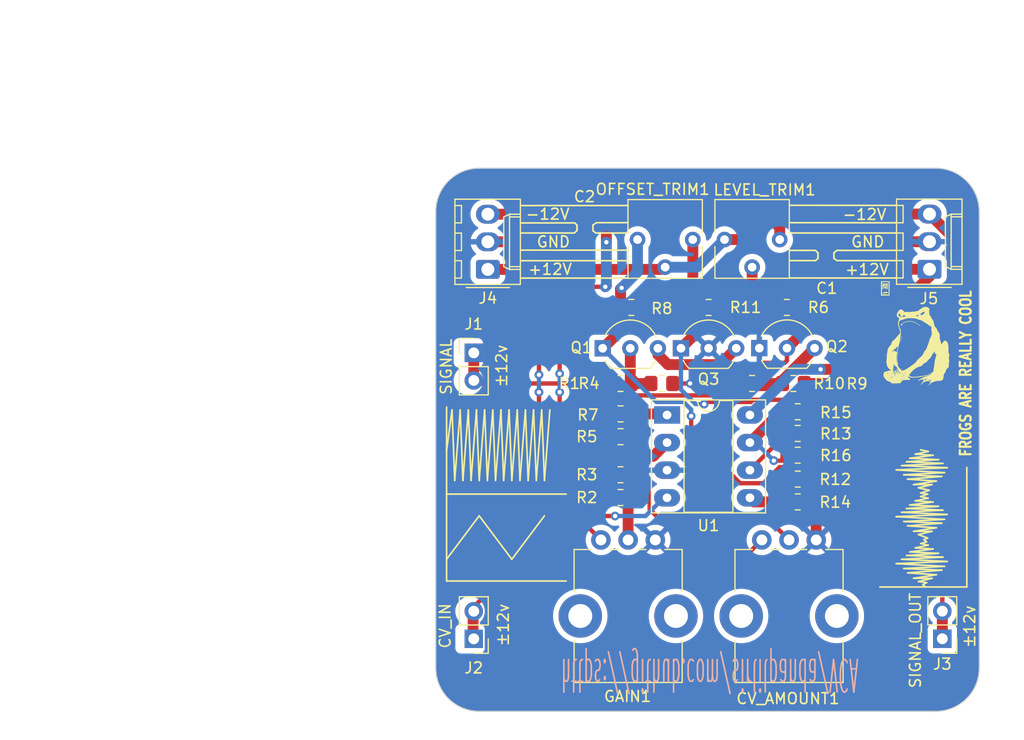
<source format=kicad_pcb>
(kicad_pcb (version 20221018) (generator pcbnew)
  (layers (0 "F.Cu" signal) (31 "B.Cu" signal) (34 "B.Paste" user) (35 "F.Paste" user) (36 "B.SilkS" user "B.Silkscreen") (37 "F.SilkS" user "F.Silkscreen") (38 "B.Mask" user) (39 "F.Mask" user) (44 "Edge.Cuts" user))
  (net 0 "")
  (net 1 "+12V")
  (net 2 "GND")
  (net 3 "-12V")
  (net 4 "carrierSignal")
  (net 5 "controlVoltage")
  (net 6 "AMout")
  (net 7 "Net-(Q1-C)")
  (net 8 "Net-(Q1-B)")
  (net 9 "Net-(Q1-E)")
  (net 10 "Net-(Q2-B)")
  (net 11 "Net-(Q2-E)")
  (net 12 "Net-(Q3-C)")
  (net 13 "Net-(U1B--)")
  (net 14 "Net-(R5-Pad2)")
  (net 15 "Net-(U1A--)")
  (net 16 "Net-(R15-Pad2)")
  (net 17 "Net-(CV_AMOUNT1-Pad2)")
  (net 18 "Net-(GAIN1-Pad2)")
  (net 19 "Net-(LEVEL_TRIM1-Pad2)")
  (net 20 "Net-(OFFSET_TRIM1-Pad1)")
  (net 21 "Net-(OFFSET_TRIM1-Pad3)")
  (net 22 "Net-(U1B-+)")
  (footprint "Resistor_SMD:R_0805_2012Metric_Pad1.20x1.40mm_HandSolder" (layer "F.Cu") (at 133.297056 81.42 180)
    (fp_text reference "R15" (at -3.502944 -0.08) (layer "F.SilkS"))
    (fp_text value "220k")
    (pad "1" smd roundrect (at -1 0 180) (size 1.2 1.4) (layers "F.Cu" "F.Paste" "F.Mask") (roundrect_rratio 0.208333) (net 13 "Net-(U1B--)"))
    (pad "2" smd roundrect (at 1 0 180) (size 1.2 1.4) (layers "F.Cu" "F.Paste" "F.Mask") (roundrect_rratio 0.208333) (net 16 "Net-(R15-Pad2)"))
  )
  (footprint "Potentiometer_THT:Potentiometer_Bourns_PTV09A-1_Single_Vertical" (layer "F.Cu") (at 115.197056 93.22 -90)
    (fp_text reference "GAIN1" (at 14.4 -2.45 -180) (layer "F.SilkS"))
    (fp_text value "50k")
    (pad "" np_thru_hole circle (at 7 -6.9 270) (size 4 4) (drill 2.2) (layers "F&B.Cu" "*.Mask"))
    (pad "" np_thru_hole circle (at 7 1.9 270) (size 4 4) (drill 2.2) (layers "F&B.Cu" "*.Mask"))
    (pad "1" thru_hole circle (at 0 0 270) (size 1.8 1.8) (drill 1) (layers "*.Cu" "*.Mask") (net 1 "+12V"))
    (pad "2" thru_hole circle (at 0 -2.5 270) (size 1.8 1.8) (drill 1) (layers "*.Cu" "*.Mask") (net 18 "Net-(GAIN1-Pad2)"))
    (pad "3" thru_hole circle (at 0 -5 270) (size 1.8 1.8) (drill 1) (layers "*.Cu" "*.Mask") (net 2 "GND"))
  )
  (footprint "Potentiometer_THT:Potentiometer_Vishay_T73YP_Vertical" (layer "F.Cu") (at 118.562056 65.575 -90)
    (fp_text reference "OFFSET_TRIM1" (at -4.625 -1.387944 -180) (layer "F.SilkS"))
    (fp_text value "1k")
    (pad "1" thru_hole circle (at 0 0 270) (size 1.44 1.44) (drill 0.8) (layers "*.Cu" "*.Mask") (net 20 "Net-(OFFSET_TRIM1-Pad1)"))
    (pad "2" thru_hole circle (at 2.54 -2.54 270) (size 1.44 1.44) (drill 0.8) (layers "*.Cu" "*.Mask") (net 1 "+12V"))
    (pad "3" thru_hole circle (at 0 -5.08 270) (size 1.44 1.44) (drill 0.8) (layers "*.Cu" "*.Mask") (net 21 "Net-(OFFSET_TRIM1-Pad3)"))
  )
  (footprint "Resistor_SMD:R_0805_2012Metric_Pad1.20x1.40mm_HandSolder" (layer "F.Cu") (at 132.297056 71.82)
    (fp_text reference "R6" (at 2.9 0) (layer "F.SilkS"))
    (fp_text value "22k")
    (pad "1" smd roundrect (at -1 0) (size 1.2 1.4) (layers "F.Cu" "F.Paste" "F.Mask") (roundrect_rratio 0.208333) (net 19 "Net-(LEVEL_TRIM1-Pad2)"))
    (pad "2" smd roundrect (at 1 0) (size 1.2 1.4) (layers "F.Cu" "F.Paste" "F.Mask") (roundrect_rratio 0.208333) (net 10 "Net-(Q2-B)"))
  )
  (footprint "Resistor_SMD:R_0805_2012Metric_Pad1.20x1.40mm_HandSolder" (layer "F.Cu") (at 120.797056 78.82)
    (fp_text reference "R4" (at -6.7 0) (layer "F.SilkS"))
    (fp_text value "1K")
    (pad "1" smd roundrect (at -1 0) (size 1.2 1.4) (layers "F.Cu" "F.Paste" "F.Mask") (roundrect_rratio 0.208333) (net 8 "Net-(Q1-B)"))
    (pad "2" smd roundrect (at 1 0) (size 1.2 1.4) (layers "F.Cu" "F.Paste" "F.Mask") (roundrect_rratio 0.208333) (net 2 "GND"))
  )
  (footprint "Resistor_SMD:R_0805_2012Metric_Pad1.20x1.40mm_HandSolder" (layer "F.Cu") (at 125.097056 71.82)
    (fp_text reference "R11" (at 3.4 0) (layer "F.SilkS"))
    (fp_text value "10k")
    (pad "1" smd roundrect (at -1 0) (size 1.2 1.4) (layers "F.Cu" "F.Paste" "F.Mask") (roundrect_rratio 0.208333) (net 21 "Net-(OFFSET_TRIM1-Pad3)"))
    (pad "2" smd roundrect (at 1 0) (size 1.2 1.4) (layers "F.Cu" "F.Paste" "F.Mask") (roundrect_rratio 0.208333) (net 12 "Net-(Q3-C)"))
  )
  (footprint "Resistor_SMD:R_0805_2012Metric_Pad1.20x1.40mm_HandSolder" (layer "F.Cu") (at 116.997056 89.32 180)
    (fp_text reference "R2" (at 3.1 0) (layer "F.SilkS"))
    (fp_text value "100k")
    (pad "1" smd roundrect (at -1 0 180) (size 1.2 1.4) (layers "F.Cu" "F.Paste" "F.Mask") (roundrect_rratio 0.208333) (net 18 "Net-(GAIN1-Pad2)"))
    (pad "2" smd roundrect (at 1 0 180) (size 1.2 1.4) (layers "F.Cu" "F.Paste" "F.Mask") (roundrect_rratio 0.208333) (net 15 "Net-(U1A--)"))
  )
  (footprint "Connector_PinHeader_2.54mm:PinHeader_1x02_P2.54mm_Vertical" (layer "F.Cu") (at 103.5 102.32 180)
    (fp_text reference "J2" (at 0 -2.68) (layer "F.SilkS"))
    (fp_text value "Conn_01x02_Socket")
    (pad "1" thru_hole rect (at 0 0 180) (size 1.7 1.7) (drill 1) (layers "*.Cu" "*.Mask") (net 5 "controlVoltage"))
    (pad "2" thru_hole oval (at 0 2.54 180) (size 1.7 1.7) (drill 1) (layers "*.Cu" "*.Mask") (net 5 "controlVoltage"))
  )
  (footprint "Resistor_SMD:R_0805_2012Metric_Pad1.20x1.40mm_HandSolder" (layer "F.Cu") (at 116.997056 78.82)
    (fp_text reference "R1" (at -4.7 0) (layer "F.SilkS"))
    (fp_text value "220k")
    (pad "1" smd roundrect (at -1 0) (size 1.2 1.4) (layers "F.Cu" "F.Paste" "F.Mask") (roundrect_rratio 0.208333) (net 4 "carrierSignal"))
    (pad "2" smd roundrect (at 1 0) (size 1.2 1.4) (layers "F.Cu" "F.Paste" "F.Mask") (roundrect_rratio 0.208333) (net 8 "Net-(Q1-B)"))
  )
  (footprint "Package_TO_SOT_THT:TO-92_Inline_Wide" (layer "F.Cu") (at 129.767056 75.57)
    (fp_text reference "Q2" (at 7.13 -0.15) (layer "F.SilkS"))
    (fp_text value "BC547")
    (pad "1" thru_hole rect (at 0 0) (size 1.5 1.5) (drill 0.8) (layers "*.Cu" "*.Mask") (net 2 "GND"))
    (pad "2" thru_hole circle (at 2.54 0) (size 1.5 1.5) (drill 0.8) (layers "*.Cu" "*.Mask") (net 10 "Net-(Q2-B)"))
    (pad "3" thru_hole circle (at 5.08 0) (size 1.5 1.5) (drill 0.8) (layers "*.Cu" "*.Mask") (net 11 "Net-(Q2-E)"))
  )
  (footprint "Connector_Molex:Molex_KK-254_AE-6410-03A_1x03_P2.54mm_Vertical" (layer "F.Cu") (at 145.417056 68.31 90)
    (fp_text reference "J5" (at -2.7 -0.05 180) (layer "F.SilkS"))
    (fp_text value "Conn_01x03_Female")
    (pad "1" thru_hole roundrect (at 0 0 90) (size 1.74 2.19) (drill 1.19) (layers "*.Cu" "*.Mask") (roundrect_rratio 0.143678) (net 1 "+12V"))
    (pad "2" thru_hole oval (at 2.54 0 90) (size 1.74 2.19) (drill 1.19) (layers "*.Cu" "*.Mask") (net 2 "GND"))
    (pad "3" thru_hole oval (at 5.08 0 90) (size 1.74 2.19) (drill 1.19) (layers "*.Cu" "*.Mask") (net 3 "-12V"))
  )
  (footprint "footprints.kicad_mod:frog3" (layer "F.Cu") (at 144.026122 74.057504)
    (fp_text reference "FROGS ARE REALLY COOL" (at 4.723878 3.842496 90) (layer "F.SilkS") (effects (font (size 1 0.8) (thickness 0.2))))
    (fp_text value "LOGO" hide)
  )
  (footprint "Connector_PinHeader_2.54mm:PinHeader_1x02_P2.54mm_Vertical" (layer "F.Cu") (at 103.5 76)
    (fp_text reference "J1" (at 0 -2.65) (layer "F.SilkS"))
    (fp_text value "Conn_01x02_Socket")
    (pad "1" thru_hole rect (at 0 0) (size 1.7 1.7) (drill 1) (layers "*.Cu" "*.Mask") (net 4 "carrierSignal"))
    (pad "2" thru_hole oval (at 0 2.54) (size 1.7 1.7) (drill 1) (layers "*.Cu" "*.Mask") (net 4 "carrierSignal"))
  )
  (footprint "Package_DIP:DIP-8_W7.62mm_Socket_LongPads" (layer "F.Cu") (at 121.277056 81.72)
    (fp_text reference "U1" (at 3.81 10.18) (layer "F.SilkS"))
    (fp_text value "TL072")
    (pad "1" thru_hole rect (at 0 0) (size 2.4 1.6) (drill 0.8) (layers "*.Cu" "*.Mask") (net 14 "Net-(R5-Pad2)"))
    (pad "2" thru_hole oval (at 0 2.54) (size 2.4 1.6) (drill 0.8) (layers "*.Cu" "*.Mask") (net 15 "Net-(U1A--)"))
    (pad "3" thru_hole oval (at 0 5.08) (size 2.4 1.6) (drill 0.8) (layers "*.Cu" "*.Mask") (net 2 "GND"))
    (pad "4" thru_hole oval (at 0 7.62) (size 2.4 1.6) (drill 0.8) (layers "*.Cu" "*.Mask") (net 3 "-12V"))
    (pad "5" thru_hole oval (at 7.62 7.62) (size 2.4 1.6) (drill 0.8) (layers "*.Cu" "*.Mask") (net 22 "Net-(U1B-+)"))
    (pad "6" thru_hole oval (at 7.62 5.08) (size 2.4 1.6) (drill 0.8) (layers "*.Cu" "*.Mask") (net 13 "Net-(U1B--)"))
    (pad "7" thru_hole oval (at 7.62 2.54) (size 2.4 1.6) (drill 0.8) (layers "*.Cu" "*.Mask") (net 16 "Net-(R15-Pad2)"))
    (pad "8" thru_hole oval (at 7.62 0) (size 2.4 1.6) (drill 0.8) (layers "*.Cu" "*.Mask") (net 1 "+12V"))
  )
  (footprint "Resistor_SMD:R_0805_2012Metric_Pad1.20x1.40mm_HandSolder" (layer "F.Cu") (at 129.097056 78.82)
    (fp_text reference "R9" (at 9.652944 0.03) (layer "F.SilkS"))
    (fp_text value "22k")
    (pad "1" smd roundrect (at -1 0) (size 1.2 1.4) (layers "F.Cu" "F.Paste" "F.Mask") (roundrect_rratio 0.208333) (net 9 "Net-(Q1-E)"))
    (pad "2" smd roundrect (at 1 0) (size 1.2 1.4) (layers "F.Cu" "F.Paste" "F.Mask") (roundrect_rratio 0.208333) (net 11 "Net-(Q2-E)"))
  )
  (footprint "Resistor_SMD:R_0805_2012Metric_Pad1.20x1.40mm_HandSolder" (layer "F.Cu") (at 116.997056 87.22 180)
    (fp_text reference "R3" (at 3.1 0) (layer "F.SilkS"))
    (fp_text value "100k")
    (pad "1" smd roundrect (at -1 0 180) (size 1.2 1.4) (layers "F.Cu" "F.Paste" "F.Mask") (roundrect_rratio 0.208333) (net 17 "Net-(CV_AMOUNT1-Pad2)"))
    (pad "2" smd roundrect (at 1 0 180) (size 1.2 1.4) (layers "F.Cu" "F.Paste" "F.Mask") (roundrect_rratio 0.208333) (net 15 "Net-(U1A--)"))
  )
  (footprint "Package_TO_SOT_THT:TO-92_Inline_Wide" (layer "F.Cu") (at 122.557056 75.58)
    (fp_text reference "Q3" (at 2.54 2.84) (layer "F.SilkS"))
    (fp_text value "BC547")
    (pad "1" thru_hole rect (at 0 0) (size 1.5 1.5) (drill 0.8) (layers "*.Cu" "*.Mask") (net 12 "Net-(Q3-C)"))
    (pad "2" thru_hole circle (at 2.54 0) (size 1.5 1.5) (drill 0.8) (layers "*.Cu" "*.Mask") (net 2 "GND"))
    (pad "3" thru_hole circle (at 5.08 0) (size 1.5 1.5) (drill 0.8) (layers "*.Cu" "*.Mask") (net 9 "Net-(Q1-E)"))
  )
  (footprint "Resistor_SMD:R_0805_2012Metric_Pad1.20x1.40mm_HandSolder" (layer "F.Cu") (at 133.297056 87.62 180)
    (fp_text reference "R12" (at -3.452944 -0.03) (layer "F.SilkS"))
    (fp_text value "10k")
    (pad "1" smd roundrect (at -1 0 180) (size 1.2 1.4) (layers "F.Cu" "F.Paste" "F.Mask") (roundrect_rratio 0.208333) (net 7 "Net-(Q1-C)"))
    (pad "2" smd roundrect (at 1 0 180) (size 1.2 1.4) (layers "F.Cu" "F.Paste" "F.Mask") (roundrect_rratio 0.208333) (net 22 "Net-(U1B-+)"))
  )
  (footprint "Resistor_SMD:R_0805_2012Metric_Pad1.20x1.40mm_HandSolder" (layer "F.Cu") (at 116.997056 83.72)
    (fp_text reference "R5" (at -3.1 0) (layer "F.SilkS"))
    (fp_text value "47k")
    (pad "1" smd roundrect (at -1 0) (size 1.2 1.4) (layers "F.Cu" "F.Paste" "F.Mask") (roundrect_rratio 0.208333) (net 15 "Net-(U1A--)"))
    (pad "2" smd roundrect (at 1 0) (size 1.2 1.4) (layers "F.Cu" "F.Paste" "F.Mask") (roundrect_rratio 0.208333) (net 14 "Net-(R5-Pad2)"))
  )
  (footprint "Resistor_SMD:R_0805_2012Metric_Pad1.20x1.40mm_HandSolder" (layer "F.Cu") (at 133.297056 83.42 180)
    (fp_text reference "R13" (at -3.502944 -0.03) (layer "F.SilkS"))
    (fp_text value "10k")
    (pad "1" smd roundrect (at -1 0 180) (size 1.2 1.4) (layers "F.Cu" "F.Paste" "F.Mask") (roundrect_rratio 0.208333) (net 12 "Net-(Q3-C)"))
    (pad "2" smd roundrect (at 1 0 180) (size 1.2 1.4) (layers "F.Cu" "F.Paste" "F.Mask") (roundrect_rratio 0.208333) (net 13 "Net-(U1B--)"))
  )
  (footprint "Resistor_SMD:R_0805_2012Metric_Pad1.20x1.40mm_HandSolder" (layer "F.Cu") (at 133.297056 89.72 180)
    (fp_text reference "R14" (at -3.452944 -0.03) (layer "F.SilkS"))
    (fp_text value "220k")
    (pad "1" smd roundrect (at -1 0 180) (size 1.2 1.4) (layers "F.Cu" "F.Paste" "F.Mask") (roundrect_rratio 0.208333) (net 2 "GND"))
    (pad "2" smd roundrect (at 1 0 180) (size 1.2 1.4) (layers "F.Cu" "F.Paste" "F.Mask") (roundrect_rratio 0.208333) (net 22 "Net-(U1B-+)"))
  )
  (footprint "Connector_Molex:Molex_KK-254_AE-6410-03A_1x03_P2.54mm_Vertical" (layer "F.Cu") (at 104.797056 68.32 90)
    (fp_text reference "J4" (at -2.65 0 180) (layer "F.SilkS"))
    (fp_text value "Conn_01x03_Female")
    (pad "1" thru_hole roundrect (at 0 0 90) (size 1.74 2.19) (drill 1.19) (layers "*.Cu" "*.Mask") (roundrect_rratio 0.143678) (net 1 "+12V"))
    (pad "2" thru_hole oval (at 2.54 0 90) (size 1.74 2.19) (drill 1.19) (layers "*.Cu" "*.Mask") (net 2 "GND"))
    (pad "3" thru_hole oval (at 5.08 0 90) (size 1.74 2.19) (drill 1.19) (layers "*.Cu" "*.Mask") (net 3 "-12V"))
  )
  (footprint "Resistor_SMD:R_0805_2012Metric_Pad1.20x1.40mm_HandSolder" (layer "F.Cu") (at 116.997056 81.62 180)
    (fp_text reference "R7" (at 3 -0.1) (layer "F.SilkS"))
    (fp_text value "22k")
    (pad "1" smd roundrect (at -1 0 180) (size 1.2 1.4) (layers "F.Cu" "F.Paste" "F.Mask") (roundrect_rratio 0.208333) (net 14 "Net-(R5-Pad2)"))
    (pad "2" smd roundrect (at 1 0 180) (size 1.2 1.4) (layers "F.Cu" "F.Paste" "F.Mask") (roundrect_rratio 0.208333) (net 10 "Net-(Q2-B)"))
  )
  (footprint "Package_TO_SOT_THT:TO-92_Inline_Wide" (layer "F.Cu") (at 115.357056 75.58)
    (fp_text reference "Q1" (at -1.96 -0.06) (layer "F.SilkS"))
    (fp_text value "BC547")
    (pad "1" thru_hole rect (at 0 0) (size 1.5 1.5) (drill 0.8) (layers "*.Cu" "*.Mask") (net 7 "Net-(Q1-C)"))
    (pad "2" thru_hole circle (at 2.54 0) (size 1.5 1.5) (drill 0.8) (layers "*.Cu" "*.Mask") (net 8 "Net-(Q1-B)"))
    (pad "3" thru_hole circle (at 5.08 0) (size 1.5 1.5) (drill 0.8) (layers "*.Cu" "*.Mask") (net 9 "Net-(Q1-E)"))
  )
  (footprint "Connector_PinHeader_2.54mm:PinHeader_1x02_P2.54mm_Vertical" (layer "F.Cu") (at 146.597056 102.315 180)
    (fp_text reference "J3" (at 0 -2.33) (layer "F.SilkS"))
    (fp_text value "Conn_01x02_Socket")
    (pad "1" thru_hole rect (at 0 0 180) (size 1.7 1.7) (drill 1) (layers "*.Cu" "*.Mask") (net 6 "AMout"))
    (pad "2" thru_hole oval (at 0 2.54 180) (size 1.7 1.7) (drill 1) (layers "*.Cu" "*.Mask") (net 6 "AMout"))
  )
  (footprint "Capacitor_SMD:C_0805_2012Metric_Pad1.18x1.45mm_HandSolder" (layer "F.Cu") (at 135.892056 67.0575 90)
    (fp_text reference "C1" (at -3 0.075 180) (layer "F.SilkS"))
    (fp_text value "100n")
    (pad "1" smd roundrect (at -1.0375 0 90) (size 1.175 1.45) (layers "F.Cu" "F.Paste" "F.Mask") (roundrect_rratio 0.212766) (net 1 "+12V"))
    (pad "2" smd roundrect (at 1.0375 0 90) (size 1.175 1.45) (layers "F.Cu" "F.Paste" "F.Mask") (roundrect_rratio 0.212766) (net 2 "GND"))
  )
  (footprint "Resistor_SMD:R_0805_2012Metric_Pad1.20x1.40mm_HandSolder" (layer "F.Cu") (at 132.897056 78.82)
    (fp_text reference "R10" (at 3.3 0) (layer "F.SilkS"))
    (fp_text value "10k")
    (pad "1" smd roundrect (at -1 0) (size 1.2 1.4) (layers "F.Cu" "F.Paste" "F.Mask") (roundrect_rratio 0.208333) (net 11 "Net-(Q2-E)"))
    (pad "2" smd roundrect (at 1 0) (size 1.2 1.4) (layers "F.Cu" "F.Paste" "F.Mask") (roundrect_rratio 0.208333) (net 3 "-12V"))
  )
  (footprint "Potentiometer_THT:Potentiometer_Vishay_T73YP_Vertical" (layer "F.Cu") (at 126.562056 65.575 -90)
    (fp_text reference "LEVEL_TRIM1" (at -4.575 -3.687944 -180) (layer "F.SilkS"))
    (fp_text value "100k")
    (pad "1" thru_hole circle (at 0 0 270) (size 1.44 1.44) (drill 0.8) (layers "*.Cu" "*.Mask") (net 1 "+12V"))
    (pad "2" thru_hole circle (at 2.54 -2.54 270) (size 1.44 1.44) (drill 0.8) (layers "*.Cu" "*.Mask") (net 19 "Net-(LEVEL_TRIM1-Pad2)"))
    (pad "3" thru_hole circle (at 0 -5.08 270) (size 1.44 1.44) (drill 0.8) (layers "*.Cu" "*.Mask") (net 3 "-12V"))
  )
  (footprint "Resistor_SMD:R_0805_2012Metric_Pad1.20x1.40mm_HandSolder" (layer "F.Cu") (at 133.297056 85.42)
    (fp_text reference "R16" (at 3.502944 0.03) (layer "F.SilkS"))
    (fp_text value "1k")
    (pad "1" smd roundrect (at -1 0) (size 1.2 1.4) (layers "F.Cu" "F.Paste" "F.Mask") (roundrect_rratio 0.208333) (net 16 "Net-(R15-Pad2)"))
    (pad "2" smd roundrect (at 1 0) (size 1.2 1.4) (layers "F.Cu" "F.Paste" "F.Mask") (roundrect_rratio 0.208333) (net 6 "AMout"))
  )
  (footprint "Potentiometer_THT:Potentiometer_Bourns_PTV09A-1_Single_Vertical" (layer "F.Cu") (at 129.997056 93.22 -90)
    (fp_text reference "CV_AMOUNT1" (at 14.6 -2.4 -180) (layer "F.SilkS"))
    (fp_text value "50k")
    (pad "" np_thru_hole circle (at 7 -6.9 270) (size 4 4) (drill 2.2) (layers "F&B.Cu" "*.Mask"))
    (pad "" np_thru_hole circle (at 7 1.9 270) (size 4 4) (drill 2.2) (layers "F&B.Cu" "*.Mask"))
    (pad "1" thru_hole circle (at 0 0 270) (size 1.8 1.8) (drill 1) (layers "*.Cu" "*.Mask") (net 5 "controlVoltage"))
    (pad "2" thru_hole circle (at 0 -2.5 270) (size 1.8 1.8) (drill 1) (layers "*.Cu" "*.Mask") (net 17 "Net-(CV_AMOUNT1-Pad2)"))
    (pad "3" thru_hole circle (at 0 -5 270) (size 1.8 1.8) (drill 1) (layers "*.Cu" "*.Mask") (net 2 "GND"))
  )
  (footprint "Capacitor_SMD:C_0805_2012Metric_Pad1.18x1.45mm_HandSolder" (layer "F.Cu") (at 113.727056 64.495 90)
    (fp_text reference "C2" (at 2.87 -0.04 180) (layer "F.SilkS"))
    (fp_text value "100n")
    (pad "1" smd roundrect (at -1.0375 0 90) (size 1.175 1.45) (layers "F.Cu" "F.Paste" "F.Mask") (roundrect_rratio 0.212766) (net 2 "GND"))
    (pad "2" smd roundrect (at 1.0375 0 90) (size 1.175 1.45) (layers "F.Cu" "F.Paste" "F.Mask") (roundrect_rratio 0.212766) (net 3 "-12V"))
  )
  (footprint "Resistor_SMD:R_0805_2012Metric_Pad1.20x1.40mm_HandSolder" (layer "F.Cu") (at 117.997056 71.82)
    (fp_text reference "R8" (at 2.8 0.1) (layer "F.SilkS"))
    (fp_text value "10k")
    (pad "1" smd roundrect (at -1 0) (size 1.2 1.4) (layers "F.Cu" "F.Paste" "F.Mask") (roundrect_rratio 0.208333) (net 20 "Net-(OFFSET_TRIM1-Pad1)"))
    (pad "2" smd roundrect (at 1 0) (size 1.2 1.4) (layers "F.Cu" "F.Paste" "F.Mask") (roundrect_rratio 0.208333) (net 7 "Net-(Q1-C)"))
  )
  (gr_line (start 101 89) (end 101 97) (stroke (width 0.15)) (layer "F.SilkS"))
  (gr_line (start 145.65 88.125) (end 143.95 88.125) (stroke (width 0.15)) (layer "F.SilkS"))
  (gr_line (start 103 81.25) (end 103.25 87.75) (stroke (width 0.15)) (layer "F.SilkS"))
  (gr_line (start 132.542056 66.57) (end 134.922056 66.57) (stroke (width 0.15)) (layer "F.SilkS"))
  (gr_line (start 144.1 93.95) (end 145.3 93.7) (stroke (width 0.15)) (layer "F.SilkS"))
  (gr_line (start 146.55 91.675) (end 143.05 91.525) (stroke (width 0.15)) (layer "F.SilkS"))
  (gr_line (start 105.25 81.25) (end 105.5 87.75) (stroke (width 0.15)) (layer "F.SilkS"))
  (gr_line (start 102.5 87.75) (end 103 81.25) (stroke (width 0.15)) (layer "F.SilkS"))
  (gr_line (start 143.05 95.85) (end 146.8 95.65) (stroke (width 0.15)) (layer "F.SilkS"))
  (gr_line (start 144.4 92.725) (end 145.65 92.425) (stroke (width 0.15)) (layer "F.SilkS"))
  (gr_line (start 140.85 97.55) (end 148.85 97.55) (stroke (width 0.15)) (layer "F.SilkS"))
  (gr_line (start 146.65 90.475) (end 143.3 90.325) (stroke (width 0.15)) (layer "F.SilkS"))
  (gr_line (start 101.5 81.25) (end 101.75 87.75) (stroke (width 0.15)) (layer "F.SilkS"))
  (gr_line (start 143.6 90) (end 145.75 89.725) (stroke (width 0.15)) (layer "F.SilkS"))
  (gr_line (start 143.3 94.65) (end 146.25 94.45) (stroke (width 0.15)) (layer "F.SilkS"))
  (gr_line (start 105.5 87.75) (end 106 81.25) (stroke (width 0.15)) (layer "F.SilkS"))
  (gr_line (start 142.387056 69.11) (end 132.542056 69.11) (stroke (width 0.15)) (layer "F.SilkS"))
  (gr_line (start 104.5 81.25) (end 104.75 87.75) (stroke (width 0.15)) (layer "F.SilkS"))
  (gr_line (start 147.05 86.575) (end 142.85 86.375) (stroke (width 0.15)) (layer "F.SilkS"))
  (gr_line (start 142.35 91.075) (end 147.05 90.875) (stroke (width 0.15)) (layer "F.SilkS"))
  (gr_line (start 145.4 88.65) (end 144.4 88.425) (stroke (width 0.15)) (layer "F.SilkS"))
  (gr_line (start 145.75 85.425) (end 144.1 85.325) (stroke (width 0.15)) (layer "F.SilkS"))
  (gr_line (start 109 81.25) (end 109.25 87.75) (stroke (width 0.15)) (layer "F.SilkS"))
  (gr_line (start 142.387056 64.03) (end 132.542056 64.02) (stroke (width 0.15)) (layer "F.SilkS"))
  (gr_line (start 107.827056 66.545) (end 117.677056 66.55) (stroke (width 0.15)) (layer "F.SilkS"))
  (gr_line (start 147.05 90.875) (end 142.85 90.675) (stroke (width 0.15)) (layer "F.SilkS"))
  (gr_line (start 107.5 81.25) (end 107.75 87.75) (stroke (width 0.15)) (layer "F.SilkS"))
  (gr_line (start 142.85 86.375) (end 146.65 86.175) (stroke (width 0.15)) (layer "F.SilkS"))
  (gr_line (start 107 87.75) (end 107.5 81.25) (stroke (width 0.15)) (layer "F.SilkS"))
  (gr_line (start 147.05 95.2) (end 142.85 95) (stroke (width 0.15)) (layer "F.SilkS"))
  (gr_line (start 143.4 96.25) (end 146.55 96) (stroke (width 0.15)) (layer "F.SilkS"))
  (gr_line (start 107.827056 67.52) (end 117.677056 67.52) (stroke (width 0.15)) (layer "F.SilkS"))
  (gr_line (start 145.25 93.05) (end 144.4 92.725) (stroke (width 0.15)) (layer "F.SilkS"))
  (gr_line (start 134.922056 66.57) (end 135.157056 66.796248) (stroke (width 0.15)) (layer "F.SilkS"))
  (gr_line (start 135.157056 67.318752) (end 134.922056 67.51) (stroke (width 0.15)) (layer "F.SilkS"))
  (gr_line (start 142.387056 66.57) (end 136.902056 66.57) (stroke (width 0.15)) (layer "F.SilkS"))
  (gr_line (start 145.65 92.425) (end 143.95 92.425) (stroke (width 0.15)) (layer "F.SilkS"))
  (gr_line (start 144.8 97.35) (end 145 97.5) (stroke (width 0.15)) (layer "F.SilkS"))
  (gr_line (start 143.4 87.625) (end 146.55 87.375) (stroke (width 0.15)) (layer "F.SilkS"))
  (gr_line (start 146.55 96) (end 143.05 95.85) (stroke (width 0.15)) (layer "F.SilkS"))
  (gr_line (start 117.677056 64.02) (end 114.777056 64.02) (stroke (width 0.15)) (layer "F.SilkS"))
  (gr_line (start 144.9 93.2) (end 145.25 93.05) (stroke (width 0.15)) (layer "F.SilkS"))
  (gr_line (start 114.462056 64.233748) (end 114.462056 64.756252) (stroke (width 0.15)) (layer "F.SilkS"))
  (gr_line (start 145.3 85.075) (end 144.6 84.925) (stroke (width 0.15)) (layer "F.SilkS"))
  (gr_line (start 143.05 87.225) (end 146.8 87.025) (stroke (width 0.15)) (layer "F.SilkS"))
  (gr_line (start 145.15 97.15) (end 144.8 97.35) (stroke (width 0.15)) (layer "F.SilkS"))
  (gr_line (start 107.792056 69.12) (end 117.677056 69.12) (stroke (width 0.15)) (layer "F.SilkS"))
  (gr_line (start 112.777056 64.04) (end 112.992056 64.233748) (stroke (width 0.15)) (layer "F.SilkS"))
  (gr_line (start 145.65 96.75) (end 143.95 96.75) (stroke (width 0.15)) (layer "F.SilkS"))
  (gr_line (start 143.6 85.7) (end 145.75 85.425) (stroke (width 0.15)) (layer "F.SilkS"))
  (gr_line (start 146.25 94.45) (end 143.6 94.325) (stroke (width 0.15)) (layer "F.SilkS"))
  (gr_line (start 146.65 94.8) (end 143.3 94.65) (stroke (width 0.15)) (layer "F.SilkS"))
  (gr_line (start 144.4 88.425) (end 145.65 88.125) (stroke (width 0.15)) (layer "F.SilkS"))
  (gr_line (start 142.35 95.4) (end 147.05 95.2) (stroke (width 0.15)) (layer "F.SilkS"))
  (gr_line (start 106.75 81.25) (end 107 87.75) (stroke (width 0.15)) (layer "F.SilkS"))
  (gr_line (start 148.85 97.55) (end 148.85 86.55) (stroke (width 0.15)) (layer "F.SilkS"))
  (gr_line (start 106.25 87.75) (end 106.75 81.25) (stroke (width 0.15)) (layer "F.SilkS"))
  (gr_line (start 145.25 89) (end 144.6 88.9) (stroke (width 0.15)) (layer "F.SilkS"))
  (gr_line (start 110 87.75) (end 110.5 81.25) (stroke (width 0.15)) (layer "F.SilkS"))
  (gr_line (start 145.75 94.05) (end 144.1 93.95) (stroke (width 0.15)) (layer "F.SilkS"))
  (gr_line (start 144.4 97.05) (end 145.15 97.15) (stroke (width 0.15)) (layer "F.SilkS"))
  (gr_line (start 144.4 97.05) (end 145.65 96.75) (stroke (width 0.15)) (layer "F.SilkS"))
  (gr_line (start 132.542056 67.51) (end 134.922056 67.51) (stroke (width 0.15)) (layer "F.SilkS"))
  (gr_line (start 108.25 81.25) (end 108.5 87.75) (stroke (width 0.15)) (layer "F.SilkS"))
  (gr_line (start 108.5 87.75) (end 109 81.25) (stroke (width 0.15)) (layer "F.SilkS"))
  (gr_line (start 144.6 93.55) (end 145.15 93.4) (stroke (width 0.15)) (layer "F.SilkS"))
  (gr_line (start 142.387056 62.43) (end 132.542056 62.42) (stroke (width 0.15)) (layer "F.SilkS"))
  (gr_line (start 101 85) (end 101.5 81.25) (stroke (width 0.15)) (layer "F.SilkS"))
  (gr_line (start 107.802056 64.97) (end 112.747056 64.97) (stroke (width 0.15)) (layer "F.SilkS"))
  (gr_line (start 104 91) (end 107 95) (stroke (width 0.15)) (layer "F.SilkS"))
  (gr_line (start 146.8 95.65) (end 142.35 95.4) (stroke (width 0.15)) (layer "F.SilkS"))
  (gr_line (start 146.55 87.375) (end 143.05 87.225) (stroke (width 0.15)) (layer "F.SilkS"))
  (gr_line (start 142.387056 64.97) (end 132.542056 64.97) (stroke (width 0.15)) (layer "F.SilkS"))
  (gr_line (start 146.25 85.825) (end 143.6 85.7) (stroke (width 0.15)) (layer "F.SilkS"))
  (gr_line (start 143.3 90.325) (end 146.25 90.125) (stroke (width 0.15)) (layer "F.SilkS"))
  (gr_line (start 114.717056 64.97) (end 114.462056 64.756252) (stroke (width 0.15)) (layer "F.SilkS"))
  (gr_line (start 101 81) (end 101 89) (stroke (width 0.15)) (layer "F.SilkS"))
  (gr_line (start 114.777056 64.02) (end 114.462056 64.233748) (stroke (width 0.15)) (layer "F.SilkS"))
  (gr_line (start 101.75 87.75) (end 102.25 81.25) (stroke (width 0.15)) (layer "F.SilkS"))
  (gr_line (start 109.25 87.75) (end 109.75 81.25) (stroke (width 0.15)) (layer "F.SilkS"))
  (gr_line (start 144.6 89.225) (end 145.25 89) (stroke (width 0.15)) (layer "F.SilkS"))
  (gr_line (start 107.75 87.75) (end 108.25 81.25) (stroke (width 0.15)) (layer "F.SilkS"))
  (gr_line (start 143.3 86.025) (end 146.25 85.825) (stroke (width 0.15)) (layer "F.SilkS"))
  (gr_line (start 104.75 87.75) (end 105.25 81.25) (stroke (width 0.15)) (layer "F.SilkS"))
  (gr_line (start 109.75 81.25) (end 110 87.75) (stroke (width 0.15)) (layer "F.SilkS"))
  (gr_line (start 143.6 94.325) (end 145.75 94.05) (stroke (width 0.15)) (layer "F.SilkS"))
  (gr_line (start 145.3 89.375) (end 144.6 89.225) (stroke (width 0.15)) (layer "F.SilkS"))
  (gr_line (start 142.85 90.675) (end 146.65 90.475) (stroke (width 0.15)) (layer "F.SilkS"))
  (gr_line (start 145.75 89.725) (end 144.1 89.625) (stroke (width 0.15)) (layer "F.SilkS"))
  (gr_line (start 136.627056 66.796248) (end 136.627056 67.318752) (stroke (width 0.15)) (layer "F.SilkS"))
  (gr_line (start 107 95) (end 110 91) (stroke (width 0.15)) (layer "F.SilkS"))
  (gr_line (start 146.8 87.025) (end 142.35 86.775) (stroke (width 0.15)) (layer "F.SilkS"))
  (gr_line (start 145.15 93.4) (end 144.9 93.2) (stroke (width 0.15)) (layer "F.SilkS"))
  (gr_line (start 136.627056 67.318752) (end 136.912056 67.51) (stroke (width 0.15)) (layer "F.SilkS"))
  (gr_line (start 143.95 92.425) (end 146.05 92.1) (stroke (width 0.15)) (layer "F.SilkS"))
  (gr_line (start 107.802056 64.045) (end 112.777056 64.04) (stroke (width 0.15)) (layer "F.SilkS"))
  (gr_line (start 143.4 91.925) (end 146.55 91.675) (stroke (width 0.15)) (layer "F.SilkS"))
  (gr_line (start 144.6 88.9) (end 145.4 88.65) (stroke (width 0.15)) (layer "F.SilkS"))
  (gr_line (start 146.25 90.125) (end 143.6 90) (stroke (width 0.15)) (layer "F.SilkS"))
  (gr_line (start 146.05 96.425) (end 143.4 96.25) (stroke (width 0.15)) (layer "F.SilkS"))
  (gr_line (start 103.25 87.75) (end 103.75 81.25) (stroke (width 0.15)) (layer "F.SilkS"))
  (gr_line (start 145.3 93.7) (end 144.6 93.55) (stroke (width 0.15)) (layer "F.SilkS"))
  (gr_line (start 101 95) (end 104 91) (stroke (width 0.15)) (layer "F.SilkS"))
  (gr_line (start 112.992056 64.233748) (end 112.992056 64.756252) (stroke (width 0.15)) (layer "F.SilkS"))
  (gr_line (start 102.25 81.25) (end 102.5 87.75) (stroke (width 0.15)) (layer "F.SilkS"))
  (gr_line (start 143.05 91.525) (end 146.8 91.325) (stroke (width 0.15)) (layer "F.SilkS"))
  (gr_line (start 101 89) (end 112 89) (stroke (width 0.15)) (layer "F.SilkS"))
  (gr_line (start 136.902056 66.57) (end 136.627056 66.796248) (stroke (width 0.15)) (layer "F.SilkS"))
  (gr_line (start 143.95 88.125) (end 146.05 87.8) (stroke (width 0.15)) (layer "F.SilkS"))
  (gr_line (start 142.35 86.775) (end 147.05 86.575) (stroke (width 0.15)) (layer "F.SilkS"))
  (gr_line (start 143.95 96.75) (end 146.05 96.425) (stroke (width 0.15)) (layer "F.SilkS"))
  (gr_line (start 103.75 81.25) (end 104 87.75) (stroke (width 0.15)) (layer "F.SilkS"))
  (gr_line (start 146.05 92.1) (end 143.4 91.925) (stroke (width 0.15)) (layer "F.SilkS"))
  (gr_line (start 144.1 89.625) (end 145.3 89.375) (stroke (width 0.15)) (layer "F.SilkS"))
  (gr_line (start 142.85 95) (end 146.65 94.8) (stroke (width 0.15)) (layer "F.SilkS"))
  (gr_line (start 144.1 85.325) (end 145.3 85.075) (stroke (width 0.15)) (layer "F.SilkS"))
  (gr_line (start 146.65 86.175) (end 143.3 86.025) (stroke (width 0.15)) (layer "F.SilkS"))
  (gr_line (start 117.677056 62.44) (end 107.802056 62.445) (stroke (width 0.15)) (layer "F.SilkS"))
  (gr_line (start 117.677056 64.97) (end 114.717056 64.97) (stroke (width 0.15)) (layer "F.SilkS"))
  (gr_line (start 146.05 87.8) (end 143.4 87.625) (stroke (width 0.15)) (layer "F.SilkS"))
  (gr_line (start 135.157056 66.796248) (end 135.157056 67.318752) (stroke (width 0.15)) (layer "F.SilkS"))
  (gr_line (start 104 87.75) (end 104.5 81.25) (stroke (width 0.15)) (layer "F.SilkS"))
  (gr_line (start 142.397056 67.51) (end 136.912056 67.51) (stroke (width 0.15)) (layer "F.SilkS"))
  (gr_line (start 101 97) (end 112 97) (stroke (width 0.15)) (layer "F.SilkS"))
  (gr_line (start 106 81.25) (end 106.25 87.75) (stroke (width 0.15)) (layer "F.SilkS"))
  (gr_line (start 146.8 91.325) (end 142.35 91.075) (stroke (width 0.15)) (layer "F.SilkS"))
  (gr_line (start 112.992056 64.756252) (end 112.747056 64.97) (stroke (width 0.15)) (layer "F.SilkS"))
  (gr_line (start 100 105) (end 100 63) (stroke (width 0.1)) (layer "Edge.Cuts"))
  (gr_line (start 104 109) (end 146 109) (stroke (width 0.1)) (layer "Edge.Cuts"))
  (gr_arc (start 146 59) (mid 148.828427 60.171573) (end 150 63) (stroke (width 0.1)) (layer "Edge.Cuts"))
  (gr_arc (start 150 105) (mid 148.828427 107.828427) (end 146 109) (stroke (width 0.1)) (layer "Edge.Cuts"))
  (gr_arc (start 104 109) (mid 101.171573 107.828427) (end 100 105) (stroke (width 0.1)) (layer "Edge.Cuts"))
  (gr_line (start 104 59) (end 146 59) (stroke (width 0.1)) (layer "Edge.Cuts"))
  (gr_arc (start 100 63) (mid 101.171573 60.171573) (end 104 59) (stroke (width 0.1)) (layer "Edge.Cuts"))
  (gr_line (start 150 63) (end 150 105) (stroke (width 0.1)) (layer "Edge.Cuts"))
  (gr_text "https://github.com/sirlilpanda/VCA" (at 111.45 103.85 180) (layer "B.SilkS") (effects (font (size 3 1)) (justify left bottom mirror)))
  (gr_text "±12v" (at 149.7 103.25 90) (layer "F.SilkS") (effects (font (size 1 1)) (justify left bottom)))
  (gr_text "±12v" (at 106.8 103.1 90) (layer "F.SilkS") (effects (font (size 1 1)) (justify left bottom)))
  (gr_text "GND" (at 109.202056 66.37) (layer "F.SilkS") (effects (font (size 1 1)) (justify left bottom)))
  (gr_text "+12V\n" (at 108.427056 68.895) (layer "F.SilkS") (effects (font (size 1 1)) (justify left bottom)))
  (gr_text "SIGNAL_OUT\n" (at 144.7 106.95 90) (layer "F.SilkS") (effects (font (size 1 1)) (justify left bottom)))
  (gr_text "GND\n" (at 138.117056 66.37) (layer "F.SilkS") (effects (font (size 1 1)) (justify left bottom)))
  (gr_text "CV_IN\n" (at 101.45 103.3 90) (layer "F.SilkS") (effects (font (size 1 1)) (justify left bottom)))
  (gr_text "-12V\n" (at 137.342056 63.845) (layer "F.SilkS") (effects (font (size 1 1)) (justify left bottom)))
  (gr_text "-12V\n" (at 108.202056 63.82) (layer "F.SilkS") (effects (font (size 1 1)) (justify left bottom)))
  (gr_text "+12V\n" (at 137.567056 68.92) (layer "F.SilkS") (effects (font (size 1 1)) (justify left bottom)))
  (gr_text "±12v" (at 106.65 79.25 90) (layer "F.SilkS") (effects (font (size 1 1)) (justify left bottom)))
  (gr_text "SIGNAL\n" (at 101.55 79.95 90) (layer "F.SilkS") (effects (font (size 1 1)) (justify left bottom)))
  (segment (start 115.197056 93.22) (end 109.497056 87.52) (width 0.4) (layer "F.Cu") (net 1))
  (segment (start 145.417056 68.965) (end 136.862056 77.52) (width 1) (layer "F.Cu") (net 1))
  (segment (start 104.797056 68.32) (end 109.497056 68.32) (width 1) (layer "F.Cu") (net 1))
  (segment (start 145.417056 68.31) (end 145.417056 68.965) (width 1) (layer "F.Cu") (net 1))
  (segment (start 120.897056 68.32) (end 121.102056 68.115) (width 1) (layer "F.Cu") (net 1))
  (segment (start 129.152056 65.575) (end 126.562056 65.575) (width 1) (layer "F.Cu") (net 1))
  (segment (start 109.497056 87.52) (end 109.497056 79.62) (width 0.4) (layer "F.Cu") (net 1))
  (segment (start 131.887056 68.31) (end 145.417056 68.31) (width 1) (layer "F.Cu") (net 1))
  (segment (start 109.497056 78.02) (end 109.497056 68.32) (width 0.4) (layer "F.Cu") (net 1))
  (segment (start 109.497056 68.32) (end 120.897056 68.32) (width 1) (layer "F.Cu") (net 1))
  (segment (start 131.887056 68.31) (end 129.152056 65.575) (width 1) (layer "F.Cu") (net 1))
  (segment (start 136.862056 77.52) (end 135.397056 77.52) (width 1) (layer "F.Cu") (net 1))
  (via (at 109.497056 79.62) (size 0.8) (drill 0.4) (layers "F.Cu" "B.Cu") (net 1))
  (via (at 109.497056 78.02) (size 0.8) (drill 0.4) (layers "F.Cu" "B.Cu") (net 1))
  (via (at 135.397056 77.52) (size 0.8) (drill 0.4) (layers "F.Cu" "B.Cu") (net 1))
  (segment (start 109.497056 79.62) (end 109.497056 78.02) (width 0.4) (layer "B.Cu") (net 1))
  (segment (start 124.022056 68.115) (end 121.102056 68.115) (width 1) (layer "B.Cu") (net 1))
  (segment (start 133.097056 77.52) (end 128.897056 81.72) (width 1) (layer "B.Cu") (net 1))
  (segment (start 126.562056 65.575) (end 124.022056 68.115) (width 1) (layer "B.Cu") (net 1))
  (segment (start 109.497056 78.02) (end 109.497056 77.82) (width 0.4) (layer "B.Cu") (net 1))
  (segment (start 135.397056 77.52) (end 133.097056 77.52) (width 1) (layer "B.Cu") (net 1))
  (segment (start 104.797056 65.78) (end 113.479556 65.78) (width 1) (layer "F.Cu") (net 2))
  (segment (start 134.997056 93.22) (end 134.997056 90.42) (width 1) (layer "F.Cu") (net 2))
  (segment (start 113.479556 65.78) (end 113.727056 65.5325) (width 1) (layer "F.Cu") (net 2))
  (segment (start 121.797056 78.82) (end 123.397056 78.82) (width 0.4) (layer "F.Cu") (net 2))
  (segment (start 134.997056 90.42) (end 134.297056 89.72) (width 1) (layer "F.Cu") (net 2))
  (segment (start 136.142056 65.77) (end 135.892056 66.02) (width 1) (layer "F.Cu") (net 2))
  (segment (start 145.417056 65.77) (end 136.142056 65.77) (width 1) (layer "F.Cu") (net 2))
  (via (at 123.397056 78.82) (size 0.8) (drill 0.4) (layers "F.Cu" "B.Cu") (net 2))
  (segment (start 114.497056 63.24) (end 104.797056 63.24) (width 1) (layer "F.Cu") (net 3))
  (segment (start 138.370559 78.82) (end 147.867056 69.323503) (width 1) (layer "F.Cu") (net 3))
  (segment (start 131.642056 64.475) (end 131.642056 63.915) (width 1) (layer "F.Cu") (net 3))
  (segment (start 131.642056 63.915) (end 132.317056 63.24) (width 1) (layer "F.Cu") (net 3))
  (segment (start 131.642056 64.475) (end 130.407056 63.24) (width 1) (layer "F.Cu") (net 3))
  (segment (start 116.497056 91.02) (end 116.697056 91.02) (width 0.4) (layer "F.Cu") (net 3))
  (segment (start 115.797056 63.24) (end 130.407056 63.24) (width 1) (layer "F.Cu") (net 3))
  (segment (start 111.397056 87.42) (end 114.997056 91.02) (width 0.4) (layer "F.Cu") (net 3))
  (segment (start 114.997056 91.02) (end 116.497056 91.02) (width 0.4) (layer "F.Cu") (net 3))
  (segment (start 132.327056 63.23) (end 132.317056 63.24) (width 1) (layer "F.Cu") (net 3))
  (segment (start 111.397056 73.02) (end 111.397056 77.92) (width 0.4) (layer "F.Cu") (net 3))
  (segment (start 111.397056 86.439239) (end 111.397056 87.42) (width 0.4) (layer "F.Cu") (net 3))
  (segment (start 147.867056 69.323503) (end 147.867056 65.68) (width 1) (layer "F.Cu") (net 3))
  (segment (start 133.897056 78.82) (end 138.370559 78.82) (width 1) (layer "F.Cu") (net 3))
  (segment (start 145.417056 63.23) (end 132.327056 63.23) (width 1) (layer "F.Cu") (net 3))
  (segment (start 111.397056 79.62) (end 111.397056 86.439239) (width 0.4) (layer "F.Cu") (net 3))
  (segment (start 114.497056 63.24) (end 113.944556 63.24) (width 1) (layer "F.Cu") (net 3))
  (segment (start 115.697056 65.82) (end 115.697056 63.34) (width 1) (layer "F.Cu") (net 3))
  (segment (start 115.597056 69.92) (end 114.497056 69.92) (width 0.4) (layer "F.Cu") (net 3))
  (segment (start 131.642056 65.575) (end 131.642056 64.475) (width 1) (layer "F.Cu") (net 3))
  (segment (start 113.944556 63.24) (end 113.727056 63.4575) (width 1) (layer "F.Cu") (net 3))
  (segment (start 114.497056 63.24) (end 115.797056 63.24) (width 1) (layer "F.Cu") (net 3))
  (segment (start 130.407056 63.24) (end 132.317056 63.24) (width 1) (layer "F.Cu") (net 3))
  (segment (start 115.697056 63.34) (end 115.797056 63.24) (width 1) (layer "F.Cu") (net 3))
  (segment (start 147.867056 65.68) (end 145.417056 63.23) (width 1) (layer "F.Cu") (net 3))
  (segment (start 114.497056 69.92) (end 111.397056 73.02) (width 0.4) (layer "F.Cu") (net 3))
  (via (at 115.697056 65.82) (size 0.8) (drill 0.4) (layers "F.Cu" "B.Cu") (net 3))
  (via (at 111.397056 79.62) (size 0.8) (drill 0.4) (layers "F.Cu" "B.Cu") (net 3))
  (via (at 115.597056 69.92) (size 0.8) (drill 0.4) (layers "F.Cu" "B.Cu") (net 3))
  (via (at 116.497056 91.02) (size 0.8) (drill 0.4) (layers "F.Cu" "B.Cu") (net 3))
  (via (at 111.397056 77.92) (size 0.8) (drill 0.4) (layers "F.Cu" "B.Cu") (net 3))
  (segment (start 111.397056 77.92) (end 111.397056 79.62) (width 0.4) (layer "B.Cu") (net 3))
  (segment (start 121.277056 89.34) (end 120.977056 89.34) (width 0.4) (layer "B.Cu") (net 3))
  (segment (start 115.697056 69.82) (end 115.597056 69.92) (width 1) (layer "B.Cu") (net 3))
  (segment (start 115.697056 67.92) (end 115.697056 65.82) (width 1) (layer "B.Cu") (net 3))
  (segment (start 115.697056 67.92) (end 115.697056 69.82) (width 1) (layer "B.Cu") (net 3))
  (segment (start 120.977056 89.34) (end 119.297056 91.02) (width 0.4) (layer "B.Cu") (net 3))
  (segment (start 119.297056 91.02) (end 116.497056 91.02) (width 0.4) (layer "B.Cu") (net 3))
  (segment (start 103.5 76) (end 103.5 78.54) (width 1) (layer "F.Cu") (net 4))
  (segment (start 103.78 78.82) (end 115.997056 78.82) (width 0.4) (layer "F.Cu") (net 4))
  (segment (start 103.5 78.54) (end 103.78 78.82) (width 0.4) (layer "F.Cu") (net 4))
  (segment (start 105.057056 97.82) (end 105.097056 97.82) (width 0.4) (layer "F.Cu") (net 5))
  (segment (start 103.44 102.32) (end 103.44 99.78) (width 1) (layer "F.Cu") (net 5))
  (segment (start 103.097056 99.78) (end 105.057056 97.82) (width 0.4) (layer "F.Cu") (net 5))
  (segment (start 126.697056 96.52) (end 129.997056 93.22) (width 0.4) (layer "F.Cu") (net 5))
  (segment (start 105.097056 97.82) (end 106.397056 96.52) (width 0.4) (layer "F.Cu") (net 5))
  (segment (start 106.397056 96.52) (end 126.697056 96.52) (width 0.4) (layer "F.Cu") (net 5))
  (segment (start 146.597056 99.775) (end 146.597056 97.72) (width 0.4) (layer "F.Cu") (net 6))
  (segment (start 146.597056 97.72) (end 134.297056 85.42) (width 0.4) (layer "F.Cu") (net 6))
  (segment (start 146.597056 99.775) (end 146.597056 102.315) (width 1) (layer "F.Cu") (net 6))
  (segment (start 128 88) (end 130.148427 88) (width 0.4) (layer "F.Cu") (net 7))
  (segment (start 133.197056 86.52) (end 134.297056 87.62) (width 0.4) (layer "F.Cu") (net 7))
  (segment (start 118.997056 71.963503) (end 115.380559 75.58) (width 1) (layer "F.Cu") (net 7))
  (segment (start 131.628427 86.52) (end 133.197056 86.52) (width 0.4) (layer "F.Cu") (net 7))
  (segment (start 115.380559 75.58) (end 115.357056 75.58) (width 1) (layer "F.Cu") (net 7))
  (segment (start 130.148427 88) (end 131.628427 86.52) (width 0.4) (layer "F.Cu") (net 7))
  (segment (start 123.497056 81.82) (end 123.497056 83.497056) (width 0.4) (layer "F.Cu") (net 7))
  (segment (start 118.997056 71.82) (end 118.997056 71.963503) (width 1) (layer "F.Cu") (net 7))
  (segment (start 123.497056 83.497056) (end 128 88) (width 0.4) (layer "F.Cu") (net 7))
  (via (at 123.497056 81.82) (size 0.8) (drill 0.4) (layers "F.Cu" "B.Cu") (net 7))
  (segment (start 122.797056 80.52) (end 123.497056 81.22) (width 0.4) (layer "B.Cu") (net 7))
  (segment (start 123.497056 81.22) (end 123.497056 81.82) (width 0.4) (layer "B.Cu") (net 7))
  (segment (start 122.397056 80.52) (end 122.797056 80.52) (width 0.4) (layer "B.Cu") (net 7))
  (segment (start 120.297056 80.52) (end 122.397056 80.52) (width 0.4) (layer "B.Cu") (net 7))
  (segment (start 115.357056 75.58) (end 120.297056 80.52) (width 0.4) (layer "B.Cu") (net 7))
  (segment (start 117.997056 78.82) (end 119.797056 78.82) (width 1) (layer "F.Cu") (net 8))
  (segment (start 117.897056 78.72) (end 117.997056 78.82) (width 1) (layer "F.Cu") (net 8))
  (segment (start 117.897056 75.58) (end 117.897056 78.72) (width 1) (layer "F.Cu") (net 8))
  (segment (start 126.307056 77.03) (end 128.097056 78.82) (width 1) (layer "F.Cu") (net 9))
  (segment (start 127.637056 75.58) (end 126.187056 77.03) (width 1) (layer "F.Cu") (net 9))
  (segment (start 121.357056 77.08) (end 120.437056 76.16) (width 1) (layer "F.Cu") (net 9))
  (segment (start 120.437056 76.16) (end 120.437056 75.58) (width 1) (layer "F.Cu") (net 9))
  (segment (start 126.257056 77.08) (end 121.357056 77.08) (width 1) (layer "F.Cu") (net 9))
  (segment (start 128.716295 79.92) (end 129.097056 79.539239) (width 0.4) (layer "F.Cu") (net 10))
  (segment (start 129.097056 79.539239) (end 129.097056 77.92) (width 0.4) (layer "F.Cu") (net 10))
  (segment (start 133.297056 71.82) (end 133.297056 74.58) (width 1) (layer "F.Cu") (net 10))
  (segment (start 132.097056 76.92) (end 132.307056 76.71) (width 0.4) (layer "F.Cu") (net 10))
  (segment (start 115.997056 81.62) (end 117.697056 79.92) (width 0.4) (layer "F.Cu") (net 10))
  (segment (start 132.307056 76.71) (end 132.307056 75.57) (width 0.4) (layer "F.Cu") (net 10))
  (segment (start 130.097056 76.92) (end 132.097056 76.92) (width 0.4) (layer "F.Cu") (net 10))
  (segment (start 117.697056 79.92) (end 128.716295 79.92) (width 0.4) (layer "F.Cu") (net 10))
  (segment (start 129.097056 77.92) (end 130.097056 76.92) (width 0.4) (layer "F.Cu") (net 10))
  (segment (start 133.297056 74.58) (end 132.307056 75.57) (width 1) (layer "F.Cu") (net 10))
  (segment (start 131.597056 78.82) (end 130.097056 78.82) (width 1) (layer "F.Cu") (net 11))
  (segment (start 134.847056 75.57) (end 131.597056 78.82) (width 1) (layer "F.Cu") (net 11))
  (segment (start 135.297056 82.42) (end 134.297056 83.42) (width 0.4) (layer "F.Cu") (net 12))
  (segment (start 135.297056 80.700761) (end 135.297056 82.42) (width 0.4) (layer "F.Cu") (net 12))
  (segment (start 126.097056 71.82) (end 126.097056 72.04) (width 1) (layer "F.Cu") (net 12))
  (segment (start 124.896556 80.52) (end 128.997056 80.52) (width 0.4) (layer "F.Cu") (net 12))
  (segment (start 126.097056 72.04) (end 122.557056 75.58) (width 1) (layer "F.Cu") (net 12))
  (segment (start 129.197056 80.32) (end 134.916295 80.32) (width 0.4) (layer "F.Cu") (net 12))
  (segment (start 134.916295 80.32) (end 135.297056 80.700761) (width 0.4) (layer "F.Cu") (net 12))
  (segment (start 124.697056 80.7195) (end 124.896556 80.52) (width 0.4) (layer "F.Cu") (net 12))
  (segment (start 128.997056 80.52) (end 129.197056 80.32) (width 0.4) (layer "F.Cu") (net 12))
  (via (at 124.697056 80.7195) (size 0.8) (drill 0.4) (layers "F.Cu" "B.Cu") (net 12))
  (segment (start 123.896556 80.7195) (end 122.557056 79.38) (width 0.4) (layer "B.Cu") (net 12))
  (segment (start 124.697056 80.7195) (end 123.896556 80.7195) (width 0.4) (layer "B.Cu") (net 12))
  (segment (start 122.557056 79.38) (end 122.557056 75.58) (width 0.4) (layer "B.Cu") (net 12))
  (segment (start 128.917056 86.82) (end 128.897056 86.8) (width 1) (layer "F.Cu") (net 13))
  (segment (start 134.297056 81.42) (end 132.297056 83.42) (width 0.4) (layer "F.Cu") (net 13))
  (segment (start 132.277056 83.42) (end 128.897056 86.8) (width 0.4) (layer "F.Cu") (net 13))
  (segment (start 132.297056 83.42) (end 132.277056 83.42) (width 0.4) (layer "F.Cu") (net 13))
  (segment (start 117.997056 81.62) (end 121.177056 81.62) (width 1) (layer "F.Cu") (net 14))
  (segment (start 117.997056 81.62) (end 117.997056 83.72) (width 1) (layer "F.Cu") (net 14))
  (segment (start 121.177056 81.62) (end 121.277056 81.72) (width 1) (layer "F.Cu") (net 14))
  (segment (start 115.997056 85.52) (end 120.017056 85.52) (width 1) (layer "F.Cu") (net 15))
  (segment (start 120.017056 85.52) (end 121.277056 84.26) (width 1) (layer "F.Cu") (net 15))
  (segment (start 115.997056 87.22) (end 115.997056 85.52) (width 1) (layer "F.Cu") (net 15))
  (segment (start 115.997056 85.52) (end 115.997056 83.72) (width 1) (layer "F.Cu") (net 15))
  (segment (start 115.997056 87.22) (end 115.997056 89.32) (width 1) (layer "F.Cu") (net 15))
  (segment (start 129.157056 84.52) (end 128.897056 84.26) (width 0.4) (layer "F.Cu") (net 16))
  (segment (start 131.097056 85.92) (end 130.997056 85.82) (width 0.4) (layer "F.Cu") (net 16))
  (segment (start 128.897056 84.26) (end 131.737056 81.42) (width 1) (layer "F.Cu") (net 16))
  (segment (start 131.097056 85.92) (end 131.797056 85.92) (width 0.4) (layer "F.Cu") (net 16))
  (segment (start 131.797056 85.92) (end 132.297056 85.42) (width 0.4) (layer "F.Cu") (net 16))
  (segment (start 131.737056 81.42) (end 132.297056 81.42) (width 1) (layer "F.Cu") (net 16))
  (via (at 131.097056 85.92) (size 0.8) (drill 0.4) (layers "F.Cu" "B.Cu") (net 16))
  (segment (start 128.897056 84.26) (end 129.437056 84.26) (width 0.4) (layer "B.Cu") (net 16))
  (segment (start 129.437056 84.26) (end 131.097056 85.92) (width 0.4) (layer "B.Cu") (net 16))
  (segment (start 119.677056 88.9) (end 119.677056 90.4) (width 0.4) (layer "F.Cu") (net 17))
  (segment (start 130.497056 91.22) (end 132.497056 93.22) (width 0.4) (layer "F.Cu") (net 17))
  (segment (start 120.497056 91.22) (end 130.497056 91.22) (width 0.4) (layer "F.Cu") (net 17))
  (segment (start 119.677056 90.4) (end 120.497056 91.22) (width 0.4) (layer "F.Cu") (net 17))
  (segment (start 117.997056 87.22) (end 119.677056 88.9) (width 0.4) (layer "F.Cu") (net 17))
  (segment (start 117.697056 89.62) (end 117.997056 89.32) (width 1) (layer "F.Cu") (net 18))
  (segment (start 117.697056 93.22) (end 117.697056 89.62) (width 1) (layer "F.Cu") (net 18))
  (segment (start 129.102056 69.625) (end 131.297056 71.82) (width 1) (layer "F.Cu") (net 19))
  (segment (start 129.102056 68.115) (end 129.102056 69.625) (width 1) (layer "F.Cu") (net 19))
  (segment (start 116.997056 70.12) (end 117.097056 70.02) (width 1) (layer "F.Cu") (net 20))
  (segment (start 116.997056 71.82) (end 116.997056 70.12) (width 1) (layer "F.Cu") (net 20))
  (via (at 117.097056 70.02) (size 0.8) (drill 0.4) (layers "F.Cu" "B.Cu") (net 20))
  (segment (start 118.562056 68.555) (end 117.097056 70.02) (width 1) (layer "B.Cu") (net 20))
  (segment (start 118.562056 65.575) (end 118.562056 68.555) (width 1) (layer "B.Cu") (net 20))
  (segment (start 123.65 65.582944) (end 123.65 71.372944) (width 1) (layer "F.Cu") (net 21))
  (segment (start 123.65 71.372944) (end 124.097056 71.82) (width 1) (layer "F.Cu") (net 21))
  (segment (start 132.297056 89.72) (end 129.277056 89.72) (width 1) (layer "F.Cu") (net 22))
  (segment (start 128.917056 89.32) (end 128.897056 89.34) (width 0.4) (layer "F.Cu") (net 22))
  (segment (start 129.277056 89.72) (end 128.897056 89.34) (width 1) (layer "F.Cu") (net 22))
  (segment (start 132.197056 87.62) (end 132.197056 89.72) (width 1) (layer "F.Cu") (net 22))
  (zone (net 2) (net_name "GND") (layer "B.Cu") (connect_pads (clearance 0.5)) (min_thickness 0.25) (fill yes (thermal_gap 0.5) (thermal_bridge_width 0.5))
    (polygon (pts (xy 98.8 57.5) (xy 151.65 57.65) (xy 151.5 111.65) (xy 98.9 111.4)))
  )
)
</source>
